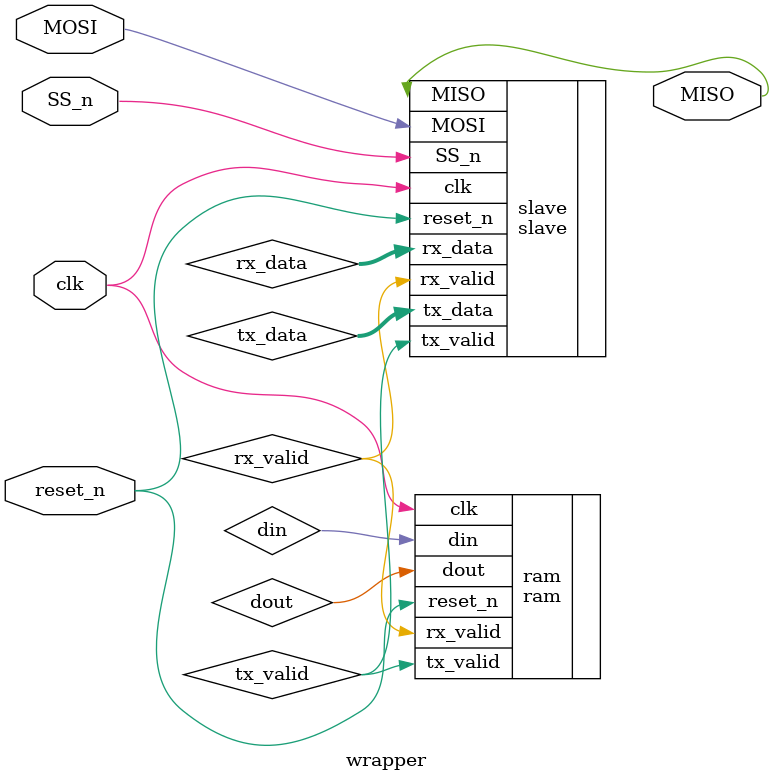
<source format=v>
module wrapper (
    input MOSI, SS_n, clk, reset_n,
    output MISO
);

    wire rx_valid, tx_valid;
    wire [7:0] tx_data;
    wire [9:0] rx_data;
    
    slave slave (
        .clk(clk),
        .reset_n(reset_n),
        .MOSI(MOSI),
        .MISO(MISO),
        .tx_valid(tx_valid),
        .SS_n(SS_n),
        .tx_data(tx_data),
        .rx_data(rx_data),
        .rx_valid(rx_valid)
    );

    ram ram (
        .clk(clk),
        .reset_n(reset_n),
        .rx_valid(rx_valid),
        .din(din),
        .tx_valid(tx_valid),
        .dout(dout)
    );

endmodule
</source>
